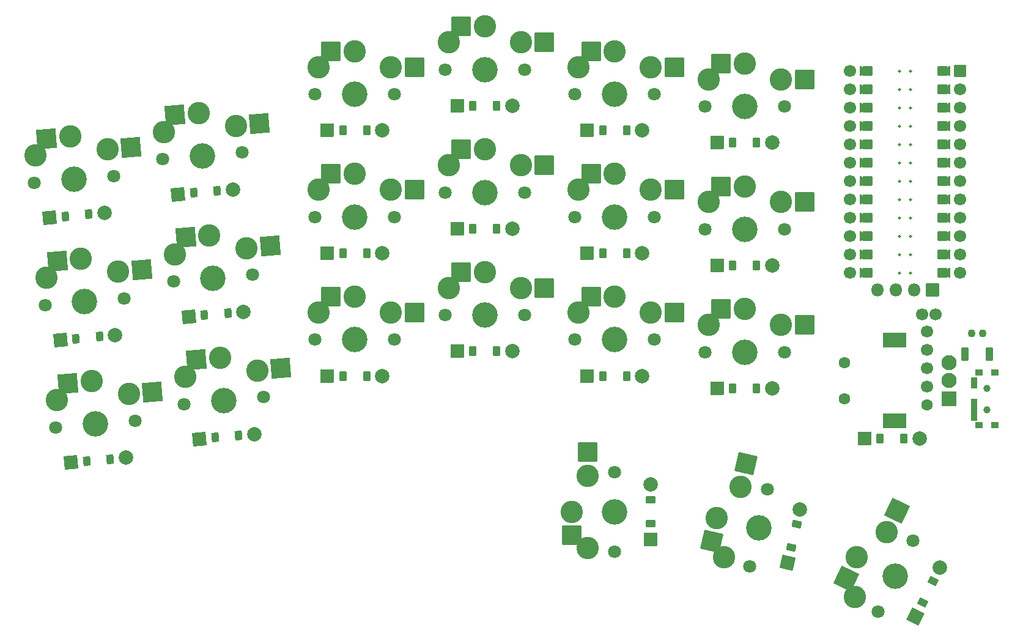
<source format=gbr>
%TF.GenerationSoftware,KiCad,Pcbnew,(6.0.6)*%
%TF.CreationDate,2022-07-14T02:02:08+02:00*%
%TF.ProjectId,main_wired2,6d61696e-5f77-4697-9265-64322e6b6963,v1.0.0*%
%TF.SameCoordinates,Original*%
%TF.FileFunction,Soldermask,Bot*%
%TF.FilePolarity,Negative*%
%FSLAX46Y46*%
G04 Gerber Fmt 4.6, Leading zero omitted, Abs format (unit mm)*
G04 Created by KiCad (PCBNEW (6.0.6)) date 2022-07-14 02:02:08*
%MOMM*%
%LPD*%
G01*
G04 APERTURE LIST*
G04 Aperture macros list*
%AMRoundRect*
0 Rectangle with rounded corners*
0 $1 Rounding radius*
0 $2 $3 $4 $5 $6 $7 $8 $9 X,Y pos of 4 corners*
0 Add a 4 corners polygon primitive as box body*
4,1,4,$2,$3,$4,$5,$6,$7,$8,$9,$2,$3,0*
0 Add four circle primitives for the rounded corners*
1,1,$1+$1,$2,$3*
1,1,$1+$1,$4,$5*
1,1,$1+$1,$6,$7*
1,1,$1+$1,$8,$9*
0 Add four rect primitives between the rounded corners*
20,1,$1+$1,$2,$3,$4,$5,0*
20,1,$1+$1,$4,$5,$6,$7,0*
20,1,$1+$1,$6,$7,$8,$9,0*
20,1,$1+$1,$8,$9,$2,$3,0*%
%AMFreePoly0*
4,1,14,0.635355,0.435355,0.650000,0.400000,0.650000,0.200000,0.635355,0.164645,0.035355,-0.435355,0.000000,-0.450000,-0.035355,-0.435355,-0.635355,0.164645,-0.650000,0.200000,-0.650000,0.400000,-0.635355,0.435355,-0.600000,0.450000,0.600000,0.450000,0.635355,0.435355,0.635355,0.435355,$1*%
%AMFreePoly1*
4,1,16,0.635355,1.035355,0.650000,1.000000,0.650000,-0.250000,0.635355,-0.285355,0.600000,-0.300000,-0.600000,-0.300000,-0.635355,-0.285355,-0.650000,-0.250000,-0.650000,1.000000,-0.635355,1.035355,-0.600000,1.050000,-0.564645,1.035355,0.000000,0.470710,0.564645,1.035355,0.600000,1.050000,0.635355,1.035355,0.635355,1.035355,$1*%
G04 Aperture macros list end*
%ADD10C,0.250000*%
%ADD11C,0.100000*%
%ADD12C,1.100000*%
%ADD13RoundRect,0.050000X0.342009X-0.667480X0.736543X0.141435X-0.342009X0.667480X-0.736543X-0.141435X0*%
%ADD14C,2.005000*%
%ADD15RoundRect,0.050000X0.409316X-1.188740X1.188740X0.409316X-0.409316X1.188740X-1.188740X-0.409316X0*%
%ADD16RoundRect,0.050000X-0.450000X-0.600000X0.450000X-0.600000X0.450000X0.600000X-0.450000X0.600000X0*%
%ADD17RoundRect,0.050000X-0.889000X-0.889000X0.889000X-0.889000X0.889000X0.889000X-0.889000X0.889000X0*%
%ADD18C,3.100000*%
%ADD19C,3.529000*%
%ADD20C,1.801800*%
%ADD21RoundRect,0.050000X0.974245X-1.559117X1.559117X0.974245X-0.974245X1.559117X-1.559117X-0.974245X0*%
%ADD22RoundRect,0.050000X-0.395994X-0.636937X0.500581X-0.558497X0.395994X0.636937X-0.500581X0.558497X0*%
%ADD23RoundRect,0.050000X-0.808136X-0.963099X0.963099X-0.808136X0.808136X0.963099X-0.963099X0.808136X0*%
%ADD24RoundRect,0.050000X0.598550X-1.738315X1.738315X0.598550X-0.598550X1.738315X-1.738315X-0.598550X0*%
%ADD25RoundRect,0.050000X-1.300000X-1.300000X1.300000X-1.300000X1.300000X1.300000X-1.300000X1.300000X0*%
%ADD26FreePoly0,270.000000*%
%ADD27C,1.700000*%
%ADD28FreePoly0,90.000000*%
%ADD29RoundRect,0.050000X-0.800000X0.800000X-0.800000X-0.800000X0.800000X-0.800000X0.800000X0.800000X0*%
%ADD30FreePoly1,90.000000*%
%ADD31FreePoly1,270.000000*%
%ADD32RoundRect,0.050000X0.600000X-0.450000X0.600000X0.450000X-0.600000X0.450000X-0.600000X-0.450000X0*%
%ADD33RoundRect,0.050000X0.889000X-0.889000X0.889000X0.889000X-0.889000X0.889000X-0.889000X-0.889000X0*%
%ADD34RoundRect,0.050000X-1.181751X-1.408356X1.408356X-1.181751X1.181751X1.408356X-1.408356X1.181751X0*%
%ADD35RoundRect,0.050000X-0.850000X-0.850000X0.850000X-0.850000X0.850000X0.850000X-0.850000X0.850000X0*%
%ADD36O,1.800000X1.800000*%
%ADD37RoundRect,0.050000X-0.450000X-0.850000X0.450000X-0.850000X0.450000X0.850000X-0.450000X0.850000X0*%
%ADD38RoundRect,0.050000X-0.500000X-0.400000X0.500000X-0.400000X0.500000X0.400000X-0.500000X0.400000X0*%
%ADD39C,1.000000*%
%ADD40RoundRect,0.050000X-0.350000X-0.750000X0.350000X-0.750000X0.350000X0.750000X-0.350000X0.750000X0*%
%ADD41C,1.600000*%
%ADD42RoundRect,0.050000X1.300000X-1.300000X1.300000X1.300000X-1.300000X1.300000X-1.300000X-1.300000X0*%
%ADD43RoundRect,0.050000X1.600000X1.000000X-1.600000X1.000000X-1.600000X-1.000000X1.600000X-1.000000X0*%
%ADD44RoundRect,0.050000X1.000000X1.000000X-1.000000X1.000000X-1.000000X-1.000000X1.000000X-1.000000X0*%
%ADD45C,2.100000*%
%ADD46RoundRect,0.050000X0.483394X-0.573437X0.685850X0.303496X-0.483394X0.573437X-0.685850X-0.303496X0*%
%ADD47RoundRect,0.050000X0.666234X-1.066196X1.066196X0.666234X-0.666234X1.066196X-1.066196X-0.666234X0*%
G04 APERTURE END LIST*
D10*
%TO.C,MCU1*%
X121390817Y50681935D02*
G75*
G03*
X121390817Y50681935I-125000J0D01*
G01*
X121390817Y25281935D02*
G75*
G03*
X121390817Y25281935I-125000J0D01*
G01*
X121390817Y37981935D02*
G75*
G03*
X121390817Y37981935I-125000J0D01*
G01*
X122914817Y48141935D02*
G75*
G03*
X122914817Y48141935I-125000J0D01*
G01*
X121390817Y45601935D02*
G75*
G03*
X121390817Y45601935I-125000J0D01*
G01*
X122914817Y32901935D02*
G75*
G03*
X122914817Y32901935I-125000J0D01*
G01*
X122914817Y35441935D02*
G75*
G03*
X122914817Y35441935I-125000J0D01*
G01*
X121390817Y35441935D02*
G75*
G03*
X121390817Y35441935I-125000J0D01*
G01*
X122914817Y25281935D02*
G75*
G03*
X122914817Y25281935I-125000J0D01*
G01*
X121390817Y40521935D02*
G75*
G03*
X121390817Y40521935I-125000J0D01*
G01*
X122914817Y22741935D02*
G75*
G03*
X122914817Y22741935I-125000J0D01*
G01*
X121390817Y43061935D02*
G75*
G03*
X121390817Y43061935I-125000J0D01*
G01*
X122914817Y30361935D02*
G75*
G03*
X122914817Y30361935I-125000J0D01*
G01*
X122914817Y40521935D02*
G75*
G03*
X122914817Y40521935I-125000J0D01*
G01*
X122914817Y27821935D02*
G75*
G03*
X122914817Y27821935I-125000J0D01*
G01*
X122914817Y50681935D02*
G75*
G03*
X122914817Y50681935I-125000J0D01*
G01*
X121390817Y30361935D02*
G75*
G03*
X121390817Y30361935I-125000J0D01*
G01*
X122914817Y37981935D02*
G75*
G03*
X122914817Y37981935I-125000J0D01*
G01*
X121390817Y22741935D02*
G75*
G03*
X121390817Y22741935I-125000J0D01*
G01*
X122914817Y45601935D02*
G75*
G03*
X122914817Y45601935I-125000J0D01*
G01*
X122914817Y43061935D02*
G75*
G03*
X122914817Y43061935I-125000J0D01*
G01*
X121390817Y27821935D02*
G75*
G03*
X121390817Y27821935I-125000J0D01*
G01*
X121390817Y48141935D02*
G75*
G03*
X121390817Y48141935I-125000J0D01*
G01*
X121390817Y32901935D02*
G75*
G03*
X121390817Y32901935I-125000J0D01*
G01*
G36*
X116947817Y22233935D02*
G01*
X115931817Y22233935D01*
X115931817Y23249935D01*
X116947817Y23249935D01*
X116947817Y22233935D01*
G37*
D11*
X116947817Y22233935D02*
X115931817Y22233935D01*
X115931817Y23249935D01*
X116947817Y23249935D01*
X116947817Y22233935D01*
G36*
X116947817Y45093935D02*
G01*
X115931817Y45093935D01*
X115931817Y46109935D01*
X116947817Y46109935D01*
X116947817Y45093935D01*
G37*
X116947817Y45093935D02*
X115931817Y45093935D01*
X115931817Y46109935D01*
X116947817Y46109935D01*
X116947817Y45093935D01*
G36*
X116947817Y32393935D02*
G01*
X115931817Y32393935D01*
X115931817Y33409935D01*
X116947817Y33409935D01*
X116947817Y32393935D01*
G37*
X116947817Y32393935D02*
X115931817Y32393935D01*
X115931817Y33409935D01*
X116947817Y33409935D01*
X116947817Y32393935D01*
G36*
X116947817Y27313935D02*
G01*
X115931817Y27313935D01*
X115931817Y28329935D01*
X116947817Y28329935D01*
X116947817Y27313935D01*
G37*
X116947817Y27313935D02*
X115931817Y27313935D01*
X115931817Y28329935D01*
X116947817Y28329935D01*
X116947817Y27313935D01*
G36*
X128123817Y47633935D02*
G01*
X127107817Y47633935D01*
X127107817Y48649935D01*
X128123817Y48649935D01*
X128123817Y47633935D01*
G37*
X128123817Y47633935D02*
X127107817Y47633935D01*
X127107817Y48649935D01*
X128123817Y48649935D01*
X128123817Y47633935D01*
G36*
X116947817Y42553935D02*
G01*
X115931817Y42553935D01*
X115931817Y43569935D01*
X116947817Y43569935D01*
X116947817Y42553935D01*
G37*
X116947817Y42553935D02*
X115931817Y42553935D01*
X115931817Y43569935D01*
X116947817Y43569935D01*
X116947817Y42553935D01*
G36*
X128123817Y29853935D02*
G01*
X127107817Y29853935D01*
X127107817Y30869935D01*
X128123817Y30869935D01*
X128123817Y29853935D01*
G37*
X128123817Y29853935D02*
X127107817Y29853935D01*
X127107817Y30869935D01*
X128123817Y30869935D01*
X128123817Y29853935D01*
G36*
X116947817Y50173935D02*
G01*
X115931817Y50173935D01*
X115931817Y51189935D01*
X116947817Y51189935D01*
X116947817Y50173935D01*
G37*
X116947817Y50173935D02*
X115931817Y50173935D01*
X115931817Y51189935D01*
X116947817Y51189935D01*
X116947817Y50173935D01*
G36*
X128123817Y24773935D02*
G01*
X127107817Y24773935D01*
X127107817Y25789935D01*
X128123817Y25789935D01*
X128123817Y24773935D01*
G37*
X128123817Y24773935D02*
X127107817Y24773935D01*
X127107817Y25789935D01*
X128123817Y25789935D01*
X128123817Y24773935D01*
G36*
X128123817Y32393935D02*
G01*
X127107817Y32393935D01*
X127107817Y33409935D01*
X128123817Y33409935D01*
X128123817Y32393935D01*
G37*
X128123817Y32393935D02*
X127107817Y32393935D01*
X127107817Y33409935D01*
X128123817Y33409935D01*
X128123817Y32393935D01*
G36*
X128123817Y45093935D02*
G01*
X127107817Y45093935D01*
X127107817Y46109935D01*
X128123817Y46109935D01*
X128123817Y45093935D01*
G37*
X128123817Y45093935D02*
X127107817Y45093935D01*
X127107817Y46109935D01*
X128123817Y46109935D01*
X128123817Y45093935D01*
G36*
X116947817Y47633935D02*
G01*
X115931817Y47633935D01*
X115931817Y48649935D01*
X116947817Y48649935D01*
X116947817Y47633935D01*
G37*
X116947817Y47633935D02*
X115931817Y47633935D01*
X115931817Y48649935D01*
X116947817Y48649935D01*
X116947817Y47633935D01*
G36*
X116947817Y40013935D02*
G01*
X115931817Y40013935D01*
X115931817Y41029935D01*
X116947817Y41029935D01*
X116947817Y40013935D01*
G37*
X116947817Y40013935D02*
X115931817Y40013935D01*
X115931817Y41029935D01*
X116947817Y41029935D01*
X116947817Y40013935D01*
G36*
X116947817Y29853935D02*
G01*
X115931817Y29853935D01*
X115931817Y30869935D01*
X116947817Y30869935D01*
X116947817Y29853935D01*
G37*
X116947817Y29853935D02*
X115931817Y29853935D01*
X115931817Y30869935D01*
X116947817Y30869935D01*
X116947817Y29853935D01*
G36*
X128123817Y42553935D02*
G01*
X127107817Y42553935D01*
X127107817Y43569935D01*
X128123817Y43569935D01*
X128123817Y42553935D01*
G37*
X128123817Y42553935D02*
X127107817Y42553935D01*
X127107817Y43569935D01*
X128123817Y43569935D01*
X128123817Y42553935D01*
G36*
X116947817Y24773935D02*
G01*
X115931817Y24773935D01*
X115931817Y25789935D01*
X116947817Y25789935D01*
X116947817Y24773935D01*
G37*
X116947817Y24773935D02*
X115931817Y24773935D01*
X115931817Y25789935D01*
X116947817Y25789935D01*
X116947817Y24773935D01*
G36*
X128123817Y37473935D02*
G01*
X127107817Y37473935D01*
X127107817Y38489935D01*
X128123817Y38489935D01*
X128123817Y37473935D01*
G37*
X128123817Y37473935D02*
X127107817Y37473935D01*
X127107817Y38489935D01*
X128123817Y38489935D01*
X128123817Y37473935D01*
G36*
X116947817Y34933935D02*
G01*
X115931817Y34933935D01*
X115931817Y35949935D01*
X116947817Y35949935D01*
X116947817Y34933935D01*
G37*
X116947817Y34933935D02*
X115931817Y34933935D01*
X115931817Y35949935D01*
X116947817Y35949935D01*
X116947817Y34933935D01*
G36*
X128123817Y40013935D02*
G01*
X127107817Y40013935D01*
X127107817Y41029935D01*
X128123817Y41029935D01*
X128123817Y40013935D01*
G37*
X128123817Y40013935D02*
X127107817Y40013935D01*
X127107817Y41029935D01*
X128123817Y41029935D01*
X128123817Y40013935D01*
G36*
X128123817Y27313935D02*
G01*
X127107817Y27313935D01*
X127107817Y28329935D01*
X128123817Y28329935D01*
X128123817Y27313935D01*
G37*
X128123817Y27313935D02*
X127107817Y27313935D01*
X127107817Y28329935D01*
X128123817Y28329935D01*
X128123817Y27313935D01*
G36*
X128123817Y50173935D02*
G01*
X127107817Y50173935D01*
X127107817Y51189935D01*
X128123817Y51189935D01*
X128123817Y50173935D01*
G37*
X128123817Y50173935D02*
X127107817Y50173935D01*
X127107817Y51189935D01*
X128123817Y51189935D01*
X128123817Y50173935D01*
G36*
X128123817Y22233935D02*
G01*
X127107817Y22233935D01*
X127107817Y23249935D01*
X128123817Y23249935D01*
X128123817Y22233935D01*
G37*
X128123817Y22233935D02*
X127107817Y22233935D01*
X127107817Y23249935D01*
X128123817Y23249935D01*
X128123817Y22233935D01*
G36*
X116947817Y37473935D02*
G01*
X115931817Y37473935D01*
X115931817Y38489935D01*
X116947817Y38489935D01*
X116947817Y37473935D01*
G37*
X116947817Y37473935D02*
X115931817Y37473935D01*
X115931817Y38489935D01*
X116947817Y38489935D01*
X116947817Y37473935D01*
G36*
X128123817Y34933935D02*
G01*
X127107817Y34933935D01*
X127107817Y35949935D01*
X128123817Y35949935D01*
X128123817Y34933935D01*
G37*
X128123817Y34933935D02*
X127107817Y34933935D01*
X127107817Y35949935D01*
X128123817Y35949935D01*
X128123817Y34933935D01*
%TD*%
D12*
%TO.C,*%
X132777817Y14411938D03*
X131277817Y14411938D03*
%TD*%
D13*
%TO.C,D21*%
X124446301Y-22894514D03*
D14*
X126839807Y-17987099D03*
D13*
X125892925Y-19928494D03*
D15*
X123499419Y-24835909D03*
%TD*%
D14*
%TO.C,D12*%
X67637819Y45911938D03*
D16*
X62177819Y45911938D03*
X65477819Y45911938D03*
D17*
X60017819Y45911938D03*
%TD*%
D18*
%TO.C,S20*%
X99231411Y-6825366D03*
X95963041Y-11202324D03*
X96981900Y-16569067D03*
D19*
X101760543Y-12540783D03*
D18*
X95963041Y-11202324D03*
D20*
X102997774Y-7181748D03*
X100523312Y-17899818D03*
D21*
X95226326Y-14393386D03*
X99968125Y-3634304D03*
%TD*%
D14*
%TO.C,D6*%
X28960003Y34320998D03*
D22*
X23520780Y33845128D03*
D23*
X21368999Y33656872D03*
D22*
X26808222Y34132742D03*
%TD*%
D14*
%TO.C,D9*%
X49637820Y42511937D03*
D16*
X44177820Y42511937D03*
D17*
X42017820Y42511937D03*
D16*
X47477820Y42511937D03*
%TD*%
D18*
%TO.C,S21*%
X115113309Y-22069729D03*
X115327817Y-16611343D03*
D20*
X118264601Y-24163018D03*
D19*
X120675642Y-19219651D03*
D18*
X119497020Y-13081789D03*
D20*
X123086683Y-14276284D03*
D18*
X115327817Y-16611343D03*
D24*
X113892152Y-19554893D03*
X120932686Y-10138238D03*
%TD*%
D16*
%TO.C,D14*%
X80177820Y25511940D03*
D14*
X85637820Y25511940D03*
D17*
X78017820Y25511940D03*
D16*
X83477820Y25511940D03*
%TD*%
D20*
%TO.C,S12*%
X58327818Y50911937D03*
D18*
X58827818Y54661937D03*
X63827818Y56861937D03*
D20*
X69327818Y50911937D03*
D18*
X63827818Y56861937D03*
D19*
X63827818Y50911937D03*
D18*
X68827818Y54661937D03*
D25*
X60552818Y56861937D03*
X72102818Y54661937D03*
%TD*%
D26*
%TO.C,MCU1*%
X127869817Y30361935D03*
D27*
X129647817Y43061935D03*
D26*
X127869817Y48141935D03*
D28*
X116185817Y43061935D03*
X116185817Y45601935D03*
X116185817Y22741935D03*
D27*
X114407817Y22741935D03*
D28*
X116185817Y30361935D03*
D27*
X114407817Y48141935D03*
X114407817Y45601935D03*
X129647817Y22741935D03*
D29*
X129647817Y50681935D03*
D28*
X116185817Y40521935D03*
D26*
X127869817Y43061935D03*
D28*
X116185817Y25281935D03*
D27*
X129647817Y50681935D03*
D26*
X127869817Y27821935D03*
D27*
X129647817Y37981935D03*
X114407817Y30361935D03*
X114407817Y50681935D03*
X114407817Y35441935D03*
D26*
X127869817Y50681935D03*
D27*
X114407817Y25281935D03*
D28*
X116185817Y35441935D03*
D26*
X127869817Y37981935D03*
X127869817Y40521935D03*
D27*
X129647817Y30361935D03*
X114407817Y37981935D03*
X114407817Y40521935D03*
D26*
X127869817Y25281935D03*
D27*
X129647817Y25281935D03*
D28*
X116185817Y27821935D03*
X116185817Y37981935D03*
D26*
X127869817Y45601935D03*
D27*
X114407817Y43061935D03*
X129647817Y48141935D03*
X129647817Y27821935D03*
X114407817Y27821935D03*
D26*
X127869817Y35441935D03*
D27*
X129647817Y35441935D03*
D28*
X116185817Y32901935D03*
X116185817Y50681935D03*
D27*
X114407817Y32901935D03*
X129647817Y45601935D03*
D26*
X127869817Y32901935D03*
D27*
X129647817Y32901935D03*
D26*
X127869817Y22741935D03*
D28*
X116185817Y48141935D03*
D27*
X129647817Y40521935D03*
D30*
X117201817Y50681935D03*
X117201817Y48141935D03*
X117201817Y45601935D03*
X117201817Y43061935D03*
X117201817Y40521935D03*
X117201817Y37981935D03*
X117201817Y35441935D03*
X117201817Y32901935D03*
X117201817Y30361935D03*
X117201817Y27821935D03*
X117201817Y25281935D03*
X117201817Y22741935D03*
D31*
X126853817Y22741935D03*
X126853817Y25281935D03*
X126853817Y27821935D03*
X126853817Y30361935D03*
X126853817Y32901935D03*
X126853817Y35441935D03*
X126853817Y37981935D03*
X126853817Y40521935D03*
X126853817Y43061935D03*
X126853817Y45601935D03*
X126853817Y48141935D03*
X126853817Y50681935D03*
%TD*%
D18*
%TO.C,S18*%
X99827820Y51761940D03*
X94827820Y49561940D03*
D20*
X105327820Y45811940D03*
D18*
X99827820Y51761940D03*
X104827820Y49561940D03*
D19*
X99827820Y45811940D03*
D20*
X94327820Y45811940D03*
D25*
X96552820Y51761940D03*
X108102820Y49561940D03*
%TD*%
D14*
%TO.C,D19*%
X86827818Y-6478061D03*
D32*
X86827818Y-11938061D03*
D33*
X86827818Y-14098061D03*
D32*
X86827818Y-8638061D03*
%TD*%
D14*
%TO.C,D3*%
X11176663Y31058659D03*
D22*
X5737440Y30582789D03*
D23*
X3585659Y30394533D03*
D22*
X9024882Y30870403D03*
%TD*%
D20*
%TO.C,S2*%
X2947959Y18292902D03*
D18*
X3119222Y22072210D03*
X7908453Y24699617D03*
X7908453Y24699617D03*
X13081169Y22943768D03*
D20*
X13906101Y19251616D03*
D19*
X8427030Y18772259D03*
D34*
X4645916Y24414182D03*
X16343707Y23229203D03*
%TD*%
D18*
%TO.C,S9*%
X45827820Y53461938D03*
D20*
X51327820Y47511938D03*
D18*
X40827820Y51261938D03*
D20*
X40327820Y47511938D03*
D19*
X45827820Y47511938D03*
D18*
X45827820Y53461938D03*
X50827820Y51261938D03*
D25*
X42552820Y53461938D03*
X54102820Y51261938D03*
%TD*%
D35*
%TO.C,OLED1*%
X125827817Y20411938D03*
D36*
X123287817Y20411938D03*
X120747817Y20411938D03*
X118207817Y20411938D03*
%TD*%
D14*
%TO.C,D4*%
X31923298Y450375D03*
D22*
X26484075Y-25495D03*
D23*
X24332294Y-213751D03*
D22*
X29771517Y262119D03*
%TD*%
D37*
%TO.C,*%
X130327819Y11511938D03*
X133727819Y11511938D03*
%TD*%
D18*
%TO.C,S6*%
X19420913Y42269859D03*
D20*
X19249650Y38490551D03*
D18*
X24210144Y44897266D03*
D20*
X30207792Y39449265D03*
D18*
X24210144Y44897266D03*
D19*
X24728721Y38969908D03*
D18*
X29382860Y43141417D03*
D34*
X20947607Y44611831D03*
X32645398Y43426852D03*
%TD*%
D14*
%TO.C,D22*%
X124037820Y-188061D03*
D16*
X118577820Y-188061D03*
X121877820Y-188061D03*
D17*
X116417820Y-188061D03*
%TD*%
D18*
%TO.C,S1*%
X9390103Y7764306D03*
D20*
X15387751Y2316305D03*
D18*
X9390103Y7764306D03*
X14562819Y6008457D03*
X4600872Y5136899D03*
D19*
X9908680Y1836948D03*
D20*
X4429609Y1357591D03*
D34*
X6127566Y7478871D03*
X17825357Y6293892D03*
%TD*%
D14*
%TO.C,D11*%
X67637817Y28911940D03*
D16*
X62177817Y28911940D03*
D17*
X60017817Y28911940D03*
D16*
X65477817Y28911940D03*
%TD*%
D18*
%TO.C,S4*%
X22384207Y8399237D03*
X27173438Y11026644D03*
X27173438Y11026644D03*
D20*
X22212944Y4619929D03*
X33171086Y5578643D03*
D19*
X27692015Y5099286D03*
D18*
X32346154Y9270795D03*
D34*
X23910901Y10741209D03*
X35608692Y9556230D03*
%TD*%
D16*
%TO.C,D15*%
X80177819Y42511939D03*
D14*
X85637819Y42511939D03*
D17*
X78017819Y42511939D03*
D16*
X83477819Y42511939D03*
%TD*%
D22*
%TO.C,D5*%
X25002427Y16909819D03*
D14*
X30441650Y17385689D03*
D23*
X22850646Y16721563D03*
D22*
X28289869Y17197433D03*
%TD*%
D14*
%TO.C,D17*%
X103637819Y23811936D03*
D16*
X98177819Y23811936D03*
X101477819Y23811936D03*
D17*
X96017819Y23811936D03*
%TD*%
D14*
%TO.C,D8*%
X49637818Y25511938D03*
D16*
X44177818Y25511938D03*
X47477818Y25511938D03*
D17*
X42017818Y25511938D03*
%TD*%
D16*
%TO.C,D16*%
X98177820Y6811937D03*
D14*
X103637820Y6811937D03*
D17*
X96017820Y6811937D03*
D16*
X101477820Y6811937D03*
%TD*%
D20*
%TO.C,S8*%
X51327817Y30511940D03*
X40327817Y30511940D03*
D19*
X45827817Y30511940D03*
D18*
X45827817Y36461940D03*
X40827817Y34261940D03*
X45827817Y36461940D03*
X50827817Y34261940D03*
D25*
X42552817Y36461940D03*
X54102817Y34261940D03*
%TD*%
D18*
%TO.C,S17*%
X99827820Y34761939D03*
D20*
X105327820Y28811939D03*
D18*
X94827820Y32561939D03*
D20*
X94327820Y28811939D03*
D18*
X104827820Y32561939D03*
D19*
X99827820Y28811939D03*
D18*
X99827820Y34761939D03*
D25*
X96552820Y34761939D03*
X108102820Y32561939D03*
%TD*%
D38*
%TO.C,*%
X134457821Y8961939D03*
D39*
X133357821Y6811939D03*
D38*
X132247821Y8961939D03*
D39*
X133357821Y3811939D03*
D38*
X132247821Y1661939D03*
X134457821Y1661939D03*
D39*
X133357821Y6811939D03*
X133357821Y3811939D03*
D40*
X131597821Y7561939D03*
X131597821Y4561939D03*
X131597821Y3061939D03*
%TD*%
D14*
%TO.C,D10*%
X67637817Y11911938D03*
D16*
X62177817Y11911938D03*
X65477817Y11911938D03*
D17*
X60017817Y11911938D03*
%TD*%
D19*
%TO.C,S11*%
X63827819Y33911939D03*
D20*
X69327819Y33911939D03*
D18*
X68827819Y37661939D03*
X63827819Y39861939D03*
X63827819Y39861939D03*
X58827819Y37661939D03*
D20*
X58327819Y33911939D03*
D25*
X60552819Y39861939D03*
X72102819Y37661939D03*
%TD*%
D41*
%TO.C,REF\u002A\u002A*%
X125052819Y4511939D03*
D27*
X125052819Y14621939D03*
X125052819Y12081939D03*
X125052819Y9541939D03*
X125052819Y7001939D03*
X126277819Y17011939D03*
X124427819Y17011939D03*
%TD*%
D19*
%TO.C,S16*%
X99827820Y11811938D03*
D18*
X99827820Y17761938D03*
X99827820Y17761938D03*
D20*
X105327820Y11811938D03*
X94327820Y11811938D03*
D18*
X104827820Y15561938D03*
X94827820Y15561938D03*
D25*
X96552820Y17761938D03*
X108102820Y15561938D03*
%TD*%
D20*
%TO.C,S19*%
X81827821Y-15788060D03*
D18*
X75877821Y-10288060D03*
D20*
X81827821Y-4788060D03*
D18*
X78077821Y-15288060D03*
X75877821Y-10288060D03*
X78077821Y-5288060D03*
D19*
X81827821Y-10288060D03*
D42*
X75877821Y-13563060D03*
X78077821Y-2013060D03*
%TD*%
D22*
%TO.C,D2*%
X7219088Y13647483D03*
D14*
X12658311Y14123353D03*
D22*
X10506530Y13935097D03*
D23*
X5067307Y13459227D03*
%TD*%
D20*
%TO.C,S5*%
X20731300Y21555236D03*
D19*
X26210371Y22034593D03*
D20*
X31689442Y22513950D03*
D18*
X25691794Y27961951D03*
X25691794Y27961951D03*
X30864510Y26206102D03*
X20902563Y25334544D03*
D34*
X22429257Y27676516D03*
X34127048Y26491537D03*
%TD*%
D16*
%TO.C,D18*%
X98177818Y40811939D03*
D14*
X103637818Y40811939D03*
D16*
X101477818Y40811939D03*
D17*
X96017818Y40811939D03*
%TD*%
D18*
%TO.C,S14*%
X76827819Y34261935D03*
D20*
X76327819Y30511935D03*
D18*
X81827819Y36461935D03*
X81827819Y36461935D03*
X86827819Y34261935D03*
D19*
X81827819Y30511935D03*
D20*
X87327819Y30511935D03*
D25*
X78552819Y36461935D03*
X90102819Y34261935D03*
%TD*%
D43*
%TO.C,ROT1*%
X120607394Y2271825D03*
X120607394Y13471825D03*
D41*
X113607394Y5371825D03*
X113607394Y10371825D03*
D44*
X128107394Y5371825D03*
D45*
X128107394Y10371825D03*
X128107394Y7871825D03*
%TD*%
D14*
%TO.C,D7*%
X49637821Y8511938D03*
D16*
X44177821Y8511938D03*
X47477821Y8511938D03*
D17*
X42017821Y8511938D03*
%TD*%
D14*
%TO.C,D13*%
X85637821Y8511940D03*
D16*
X80177821Y8511940D03*
X83477821Y8511940D03*
D17*
X78017821Y8511940D03*
%TD*%
D18*
%TO.C,S15*%
X76827820Y51261935D03*
D19*
X81827820Y47511935D03*
D18*
X86827820Y51261935D03*
X81827820Y53461935D03*
D20*
X76327820Y47511935D03*
X87327820Y47511935D03*
D18*
X81827820Y53461935D03*
D25*
X78552820Y53461935D03*
X90102820Y51261935D03*
%TD*%
D18*
%TO.C,S10*%
X58827818Y20661938D03*
D19*
X63827818Y16911938D03*
D20*
X58327818Y16911938D03*
D18*
X63827818Y22861938D03*
X68827818Y20661938D03*
X63827818Y22861938D03*
D20*
X69327818Y16911938D03*
D25*
X60552818Y22861938D03*
X72102818Y20661938D03*
%TD*%
D46*
%TO.C,D20*%
X106261224Y-15273249D03*
D14*
X107489457Y-9953188D03*
D46*
X107003562Y-12057827D03*
D47*
X105775329Y-17377888D03*
%TD*%
D19*
%TO.C,S13*%
X81827818Y13511937D03*
D18*
X81827818Y19461937D03*
D20*
X76327818Y13511937D03*
D18*
X76827818Y17261937D03*
D20*
X87327818Y13511937D03*
D18*
X86827818Y17261937D03*
X81827818Y19461937D03*
D25*
X78552818Y19461937D03*
X90102818Y17261937D03*
%TD*%
D20*
%TO.C,S7*%
X40327817Y13511941D03*
D19*
X45827817Y13511941D03*
D18*
X45827817Y19461941D03*
X45827817Y19461941D03*
D20*
X51327817Y13511941D03*
D18*
X50827817Y17261941D03*
X40827817Y17261941D03*
D25*
X42552817Y19461941D03*
X54102817Y17261941D03*
%TD*%
D14*
%TO.C,D1*%
X14139959Y-2811958D03*
D22*
X8700736Y-3287828D03*
X11988178Y-3000214D03*
D23*
X6548955Y-3476084D03*
%TD*%
D20*
%TO.C,S3*%
X1466312Y35228214D03*
D18*
X11599522Y39879080D03*
D20*
X12424454Y36186928D03*
D18*
X1637575Y39007522D03*
X6426806Y41634929D03*
D19*
X6945383Y35707571D03*
D18*
X6426806Y41634929D03*
D34*
X3164269Y41349494D03*
X14862060Y40164515D03*
%TD*%
M02*

</source>
